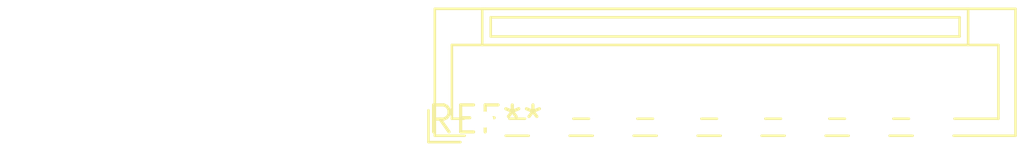
<source format=kicad_pcb>
(kicad_pcb (version 20240108) (generator pcbnew)
  (layers (0 "F.Cu" signal) (31 "B.Cu" signal) (34 "B.Paste" user) (35 "F.Paste" user) (36 "B.SilkS" user "B.Silkscreen") (37 "F.SilkS" user "F.Silkscreen") (38 "B.Mask" user) (39 "F.Mask" user) (44 "Edge.Cuts" user))
  (net 0 "")
  (footprint "JST_ZE_B16B-ZESK-D_1x16_P1.50mm_Vertical" (layer "F.Cu") (at 0 0)
    (property "Reference" "REF**")
    (property "Value" "JST_ZE_B16B-ZESK-D_1x16_P1.50mm_Vertical")
    (fp_line (start -2.66 -0.44) (end -2.66 1.06) (layer "F.SilkS") (stroke (width 0.12)))
    (fp_line (start -2.66 1.06) (end -1.16 1.06) (layer "F.SilkS") (stroke (width 0.12)))
    (fp_line (start -2.36 -5.21) (end 24.86 -5.21) (layer "F.SilkS") (stroke (width 0.12)))
    (fp_line (start -2.36 0.76) (end -2.36 -5.21) (layer "F.SilkS") (stroke (width 0.12)))
    (fp_line (start -1.56 -3.51) (end -1.56 -0.04) (layer "F.SilkS") (stroke (width 0.12)))
    (fp_line (start -1.56 -0.04) (end -1 -0.04) (layer "F.SilkS") (stroke (width 0.12)))
    (fp_line (start -0.96 0.76) (end -2.36 0.76) (layer "F.SilkS") (stroke (width 0.12)))
    (fp_line (start -0.14 -5.21) (end -0.14 -3.51) (layer "F.SilkS") (stroke (width 0.12)))
    (fp_line (start -0.14 -3.51) (end -1.56 -3.51) (layer "F.SilkS") (stroke (width 0.12)))
    (fp_line (start -0.14 -3.51) (end 22.64 -3.51) (layer "F.SilkS") (stroke (width 0.12)))
    (fp_line (start 0.26 -4.81) (end 0.26 -3.91) (layer "F.SilkS") (stroke (width 0.12)))
    (fp_line (start 0.26 -3.91) (end 22.24 -3.91) (layer "F.SilkS") (stroke (width 0.12)))
    (fp_line (start 0.96 0.76) (end 2.04 0.76) (layer "F.SilkS") (stroke (width 0.12)))
    (fp_line (start 1.135 -0.04) (end 1.865 -0.04) (layer "F.SilkS") (stroke (width 0.12)))
    (fp_line (start 3.96 0.76) (end 5.04 0.76) (layer "F.SilkS") (stroke (width 0.12)))
    (fp_line (start 4.135 -0.04) (end 4.865 -0.04) (layer "F.SilkS") (stroke (width 0.12)))
    (fp_line (start 6.96 0.76) (end 8.04 0.76) (layer "F.SilkS") (stroke (width 0.12)))
    (fp_line (start 7.135 -0.04) (end 7.865 -0.04) (layer "F.SilkS") (stroke (width 0.12)))
    (fp_line (start 9.96 0.76) (end 11.04 0.76) (layer "F.SilkS") (stroke (width 0.12)))
    (fp_line (start 10.135 -0.04) (end 10.865 -0.04) (layer "F.SilkS") (stroke (width 0.12)))
    (fp_line (start 12.96 0.76) (end 14.04 0.76) (layer "F.SilkS") (stroke (width 0.12)))
    (fp_line (start 13.135 -0.04) (end 13.865 -0.04) (layer "F.SilkS") (stroke (width 0.12)))
    (fp_line (start 15.96 0.76) (end 17.04 0.76) (layer "F.SilkS") (stroke (width 0.12)))
    (fp_line (start 16.135 -0.04) (end 16.865 -0.04) (layer "F.SilkS") (stroke (width 0.12)))
    (fp_line (start 18.96 0.76) (end 20.04 0.76) (layer "F.SilkS") (stroke (width 0.12)))
    (fp_line (start 19.135 -0.04) (end 19.865 -0.04) (layer "F.SilkS") (stroke (width 0.12)))
    (fp_line (start 22.24 -4.81) (end 0.26 -4.81) (layer "F.SilkS") (stroke (width 0.12)))
    (fp_line (start 22.24 -3.91) (end 22.24 -4.81) (layer "F.SilkS") (stroke (width 0.12)))
    (fp_line (start 22.64 -5.21) (end -0.14 -5.21) (layer "F.SilkS") (stroke (width 0.12)))
    (fp_line (start 22.64 -3.51) (end 22.64 -5.21) (layer "F.SilkS") (stroke (width 0.12)))
    (fp_line (start 22.64 -3.51) (end 24.06 -3.51) (layer "F.SilkS") (stroke (width 0.12)))
    (fp_line (start 24.06 -3.51) (end 24.06 -0.04) (layer "F.SilkS") (stroke (width 0.12)))
    (fp_line (start 24.06 -0.04) (end 22 -0.04) (layer "F.SilkS") (stroke (width 0.12)))
    (fp_line (start 24.86 -5.21) (end 24.86 0.76) (layer "F.SilkS") (stroke (width 0.12)))
    (fp_line (start 24.86 0.76) (end 21.96 0.76) (layer "F.SilkS") (stroke (width 0.12)))
    (pad "1" thru_hole custom (at 0 0) (size 1.117157 1.117157) (drill 0.75) (layers *.Cu *.Mask) (remove_unused_layers) (options (clearance outline) (anchor circle)) (primitives (gr_poly (pts (xy 0.45 -0.225) (xy 0.45 0.625) (xy -0.45 0.625) (xy -0.45 -0.625) (xy 0.05 -0.625)) (width 0.5) (fill yes))))
    (pad "2" thru_hole oval (at 1.5 -2) (size 1.4 1.75) (drill 0.75) (layers *.Cu *.Mask) (remove_unused_layers))
    (pad "3" thru_hole oval (at 3 0) (size 1.4 1.75) (drill 0.75) (layers *.Cu *.Mask) (remove_unused_layers))
    (pad "4" thru_hole oval (at 4.5 -2) (size 1.4 1.75) (drill 0.75) (layers *.Cu *.Mask) (remove_unused_layers))
    (pad "5" thru_hole oval (at 6 0) (size 1.4 1.75) (drill 0.75) (layers *.Cu *.Mask) (remove_unused_layers))
    (pad "6" thru_hole oval (at 7.5 -2) (size 1.4 1.75) (drill 0.75) (layers *.Cu *.Mask) (remove_unused_layers))
    (pad "7" thru_hole oval (at 9 0) (size 1.4 1.75) (drill 0.75) (layers *.Cu *.Mask) (remove_unused_layers))
    (pad "8" thru_hole oval (at 10.5 -2) (size 1.4 1.75) (drill 0.75) (layers *.Cu *.Mask) (remove_unused_layers))
    (pad "9" thru_hole oval (at 12 0) (size 1.4 1.75) (drill 0.75) (layers *.Cu *.Mask) (remove_unused_layers))
    (pad "10" thru_hole oval (at 13.5 -2) (size 1.4 1.75) (drill 0.75) (layers *.Cu *.Mask) (remove_unused_layers))
    (pad "11" thru_hole oval (at 15 0) (size 1.4 1.75) (drill 0.75) (layers *.Cu *.Mask) (remove_unused_layers))
    (pad "12" thru_hole oval (at 16.5 -2) (size 1.4 1.75) (drill 0.75) (layers *.Cu *.Mask) (remove_unused_layers))
    (pad "13" thru_hole oval (at 18 0) (size 1.4 1.75) (drill 0.75) (layers *.Cu *.Mask) (remove_unused_layers))
    (pad "14" thru_hole oval (at 19.5 -2) (size 1.4 1.75) (drill 0.75) (layers *.Cu *.Mask) (remove_unused_layers))
    (pad "15" thru_hole oval (at 21 0) (size 1.4 1.75) (drill 0.75) (layers *.Cu *.Mask) (remove_unused_layers))
    (pad "16" thru_hole oval (at 22.5 -2) (size 1.4 1.75) (drill 0.75) (layers *.Cu *.Mask) (remove_unused_layers))
  )
)
</source>
